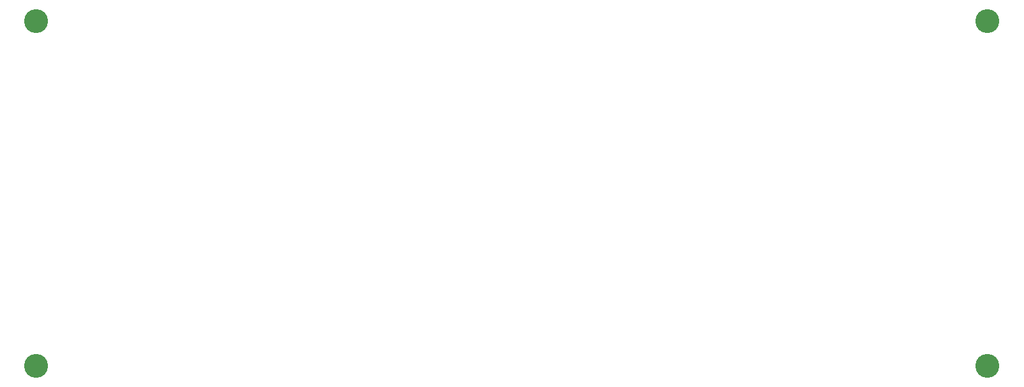
<source format=gts>
G75*
G70*
%OFA0B0*%
%FSLAX24Y24*%
%IPPOS*%
%LPD*%
%AMOC8*
5,1,8,0,0,1.08239X$1,22.5*
%
%ADD10C,0.1280*%
D10*
X001650Y001650D03*
X001650Y020150D03*
X052650Y020150D03*
X052650Y001650D03*
M02*

</source>
